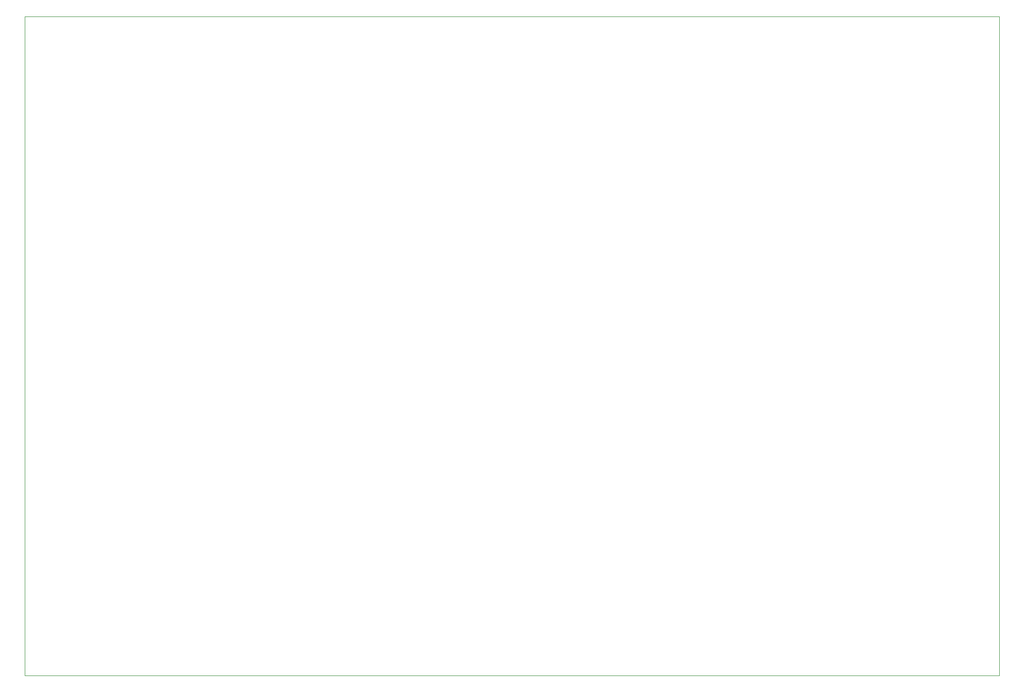
<source format=gbr>
G04 #@! TF.GenerationSoftware,KiCad,Pcbnew,(6.99.0-1920-g294b8e9051)*
G04 #@! TF.CreationDate,2022-07-23T00:22:57+02:00*
G04 #@! TF.ProjectId,driver,64726976-6572-42e6-9b69-6361645f7063,rev?*
G04 #@! TF.SameCoordinates,Original*
G04 #@! TF.FileFunction,Profile,NP*
%FSLAX46Y46*%
G04 Gerber Fmt 4.6, Leading zero omitted, Abs format (unit mm)*
G04 Created by KiCad (PCBNEW (6.99.0-1920-g294b8e9051)) date 2022-07-23 00:22:57*
%MOMM*%
%LPD*%
G01*
G04 APERTURE LIST*
G04 #@! TA.AperFunction,Profile*
%ADD10C,0.050000*%
G04 #@! TD*
G04 APERTURE END LIST*
D10*
X205000000Y-85000000D02*
X205000000Y30000000D01*
X375000000Y30000000D02*
X375000000Y-85000000D01*
X375000000Y-85000000D02*
X205000000Y-85000000D01*
X205000000Y30000000D02*
X375000000Y30000000D01*
M02*

</source>
